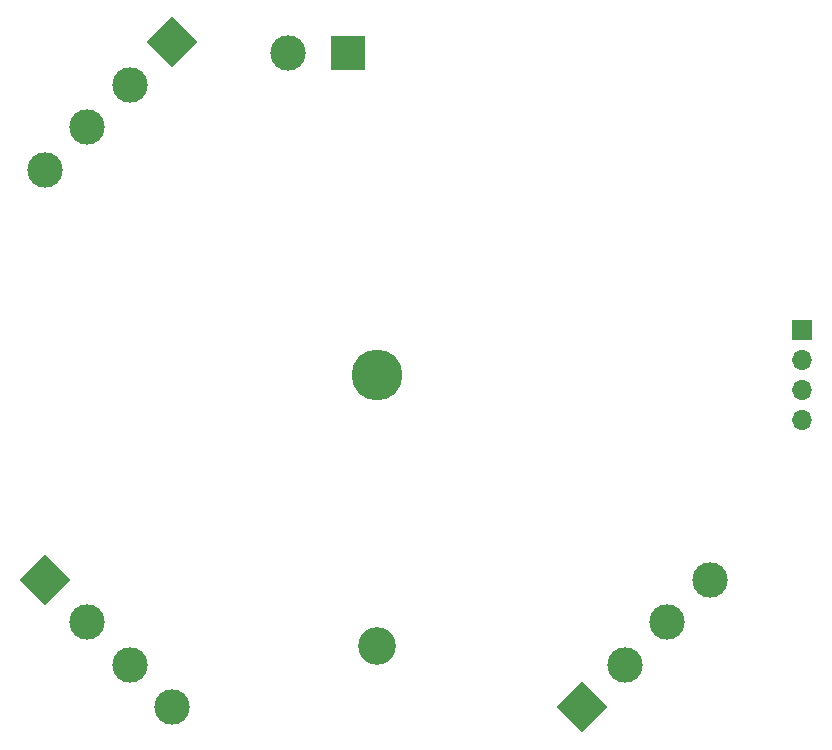
<source format=gbs>
G04 #@! TF.GenerationSoftware,KiCad,Pcbnew,(7.0.0)*
G04 #@! TF.CreationDate,2023-02-17T18:54:55+01:00*
G04 #@! TF.ProjectId,enorme-metapixel,656e6f72-6d65-42d6-9d65-746170697865,rev?*
G04 #@! TF.SameCoordinates,Original*
G04 #@! TF.FileFunction,Soldermask,Bot*
G04 #@! TF.FilePolarity,Negative*
%FSLAX46Y46*%
G04 Gerber Fmt 4.6, Leading zero omitted, Abs format (unit mm)*
G04 Created by KiCad (PCBNEW (7.0.0)) date 2023-02-17 18:54:55*
%MOMM*%
%LPD*%
G01*
G04 APERTURE LIST*
G04 Aperture macros list*
%AMRotRect*
0 Rectangle, with rotation*
0 The origin of the aperture is its center*
0 $1 length*
0 $2 width*
0 $3 Rotation angle, in degrees counterclockwise*
0 Add horizontal line*
21,1,$1,$2,0,0,$3*%
G04 Aperture macros list end*
%ADD10R,1.700000X1.700000*%
%ADD11O,1.700000X1.700000*%
%ADD12C,4.300000*%
%ADD13RotRect,3.000000X3.000000X315.000000*%
%ADD14C,3.000000*%
%ADD15RotRect,3.000000X3.000000X45.000000*%
%ADD16R,3.000000X3.000000*%
%ADD17C,3.200000*%
%ADD18RotRect,3.000000X3.000000X225.000000*%
G04 APERTURE END LIST*
D10*
G04 #@! TO.C,J5*
X203589438Y-94263849D03*
D11*
X203589438Y-96803849D03*
X203589438Y-99343849D03*
X203589438Y-101883849D03*
G04 #@! TD*
D12*
G04 #@! TO.C,H1*
X167589441Y-98083850D03*
G04 #@! TD*
D13*
G04 #@! TO.C,J3*
X139449770Y-115447209D03*
D14*
X143041874Y-119039313D03*
X146633976Y-122631415D03*
X150226079Y-126223518D03*
G04 #@! TD*
D15*
G04 #@! TO.C,J2*
X184952799Y-126223517D03*
D14*
X188544903Y-122631415D03*
X192137005Y-119039313D03*
X195729108Y-115447210D03*
G04 #@! TD*
D16*
G04 #@! TO.C,J1*
X165129440Y-70881349D03*
D14*
X160049441Y-70881350D03*
G04 #@! TD*
D17*
G04 #@! TO.C,H2*
X167589441Y-121083850D03*
G04 #@! TD*
D18*
G04 #@! TO.C,J4*
X150226079Y-69944180D03*
D14*
X146633977Y-73536284D03*
X143041875Y-77128386D03*
X139449772Y-80720489D03*
G04 #@! TD*
M02*

</source>
